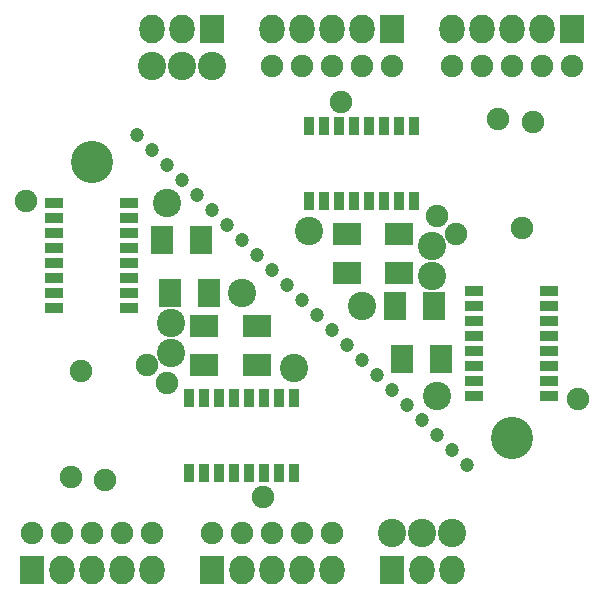
<source format=gts>
G04 #@! TF.FileFunction,Soldermask,Top*
%FSLAX46Y46*%
G04 Gerber Fmt 4.6, Leading zero omitted, Abs format (unit mm)*
G04 Created by KiCad (PCBNEW 4.0.5) date 03/25/17 21:50:00*
%MOMM*%
%LPD*%
G01*
G04 APERTURE LIST*
%ADD10C,0.100000*%
%ADD11R,2.127200X2.432000*%
%ADD12O,2.127200X2.432000*%
%ADD13R,0.908000X1.543000*%
%ADD14R,1.543000X0.908000*%
%ADD15R,2.432000X1.924000*%
%ADD16R,1.924000X2.432000*%
%ADD17C,3.575000*%
%ADD18C,1.200000*%
%ADD19C,2.400000*%
%ADD20C,1.900000*%
G04 APERTURE END LIST*
D10*
D11*
X71247000Y-50609500D03*
D12*
X68707000Y-50609500D03*
X66167000Y-50609500D03*
D11*
X86487000Y-50609500D03*
D12*
X83947000Y-50609500D03*
X81407000Y-50609500D03*
X78867000Y-50609500D03*
X76327000Y-50609500D03*
D11*
X101727000Y-50609500D03*
D12*
X99187000Y-50609500D03*
X96647000Y-50609500D03*
X94107000Y-50609500D03*
X91567000Y-50609500D03*
D13*
X88392000Y-65214500D03*
X85852000Y-65214500D03*
X84582000Y-65214500D03*
X83312000Y-65214500D03*
X82042000Y-65214500D03*
X80772000Y-65214500D03*
X79502000Y-65214500D03*
X79502000Y-58864500D03*
X80772000Y-58864500D03*
X82042000Y-58864500D03*
X83312000Y-58864500D03*
X84582000Y-58864500D03*
X85852000Y-58864500D03*
X87122000Y-58864500D03*
X88392000Y-58864500D03*
X87122000Y-65214500D03*
D14*
X93472000Y-81724500D03*
X93472000Y-79184500D03*
X93472000Y-77914500D03*
X93472000Y-76644500D03*
X93472000Y-75374500D03*
X93472000Y-74104500D03*
X93472000Y-72834500D03*
X99822000Y-72834500D03*
X99822000Y-74104500D03*
X99822000Y-75374500D03*
X99822000Y-76644500D03*
X99822000Y-77914500D03*
X99822000Y-79184500D03*
X99822000Y-80454500D03*
X99822000Y-81724500D03*
X93472000Y-80454500D03*
D15*
X87122000Y-71310500D03*
X87122000Y-68008500D03*
X82677000Y-68008500D03*
X82677000Y-71310500D03*
D16*
X87376000Y-78549500D03*
X90678000Y-78549500D03*
X90043000Y-74104500D03*
X86741000Y-74104500D03*
D17*
X96647000Y-85217000D03*
D18*
X87757000Y-82486500D03*
X90297000Y-85026500D03*
X89027000Y-83756500D03*
X91567000Y-86296500D03*
X92837000Y-87566500D03*
X86487000Y-81216500D03*
X85217000Y-79946500D03*
X83947000Y-78676500D03*
X82677000Y-77406500D03*
X81407000Y-76136500D03*
X80137000Y-74866500D03*
X78867000Y-73596500D03*
X77597000Y-72326500D03*
X76327000Y-71056500D03*
X75057000Y-69786500D03*
X73787000Y-68516500D03*
X72517000Y-67246500D03*
X71247000Y-65976500D03*
X69977000Y-64706500D03*
X68707000Y-63436500D03*
X67437000Y-62166500D03*
X66167000Y-60896500D03*
X64897000Y-59626500D03*
D17*
X61087000Y-61849000D03*
D16*
X67691000Y-72961500D03*
X70993000Y-72961500D03*
X70358000Y-68516500D03*
X67056000Y-68516500D03*
D15*
X75057000Y-79057500D03*
X75057000Y-75755500D03*
X70612000Y-75755500D03*
X70612000Y-79057500D03*
D14*
X64262000Y-65341500D03*
X64262000Y-67881500D03*
X64262000Y-69151500D03*
X64262000Y-70421500D03*
X64262000Y-71691500D03*
X64262000Y-72961500D03*
X64262000Y-74231500D03*
X57912000Y-74231500D03*
X57912000Y-72961500D03*
X57912000Y-71691500D03*
X57912000Y-70421500D03*
X57912000Y-69151500D03*
X57912000Y-67881500D03*
X57912000Y-66611500D03*
X57912000Y-65341500D03*
X64262000Y-66611500D03*
D13*
X69342000Y-81851500D03*
X71882000Y-81851500D03*
X73152000Y-81851500D03*
X74422000Y-81851500D03*
X75692000Y-81851500D03*
X76962000Y-81851500D03*
X78232000Y-81851500D03*
X78232000Y-88201500D03*
X76962000Y-88201500D03*
X75692000Y-88201500D03*
X74422000Y-88201500D03*
X73152000Y-88201500D03*
X71882000Y-88201500D03*
X70612000Y-88201500D03*
X69342000Y-88201500D03*
X70612000Y-81851500D03*
D11*
X56007000Y-96456500D03*
D12*
X58547000Y-96456500D03*
X61087000Y-96456500D03*
X63627000Y-96456500D03*
X66167000Y-96456500D03*
D11*
X71247000Y-96456500D03*
D12*
X73787000Y-96456500D03*
X76327000Y-96456500D03*
X78867000Y-96456500D03*
X81407000Y-96456500D03*
D11*
X86487000Y-96456500D03*
D12*
X89027000Y-96456500D03*
X91567000Y-96456500D03*
D19*
X89916000Y-71564500D03*
X83947000Y-74104500D03*
X66167000Y-53784500D03*
X79502000Y-67754500D03*
X78232000Y-79311500D03*
X91567000Y-93281500D03*
X73787000Y-72961500D03*
X67818000Y-75501500D03*
X68707000Y-53784500D03*
X89027000Y-93281500D03*
X71247000Y-53784500D03*
X90297000Y-81724500D03*
X89916000Y-69024500D03*
X67818000Y-78041500D03*
X67437000Y-65341500D03*
X86487000Y-93281500D03*
D20*
X86487000Y-53784500D03*
X71247000Y-93281500D03*
X76327000Y-53784500D03*
X98425000Y-58483500D03*
X59309000Y-88582500D03*
X81407000Y-93281500D03*
X83947000Y-53784500D03*
X95504000Y-58229500D03*
X62230000Y-88836500D03*
X73787000Y-93281500D03*
X99187000Y-53784500D03*
X58547000Y-93281500D03*
X91567000Y-53784500D03*
X66167000Y-93281500D03*
X101727000Y-53784500D03*
X91948000Y-68008500D03*
X102235000Y-81915000D03*
X55499000Y-65151000D03*
X65786000Y-79057500D03*
X56007000Y-93281500D03*
X94107000Y-53784500D03*
X90297000Y-66484500D03*
X67437000Y-80581500D03*
X63627000Y-93281500D03*
X78867000Y-53784500D03*
X78867000Y-93281500D03*
X81407000Y-53784500D03*
X82169000Y-56832500D03*
X75565000Y-90233500D03*
X76327000Y-93281500D03*
X96647000Y-53784500D03*
X97536000Y-67500500D03*
X60198000Y-79565500D03*
X61087000Y-93281500D03*
M02*

</source>
